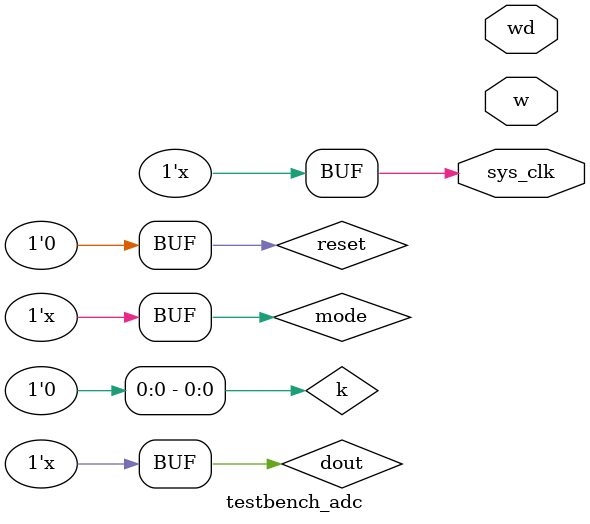
<source format=v>
`timescale 1ns/1ps

module testbench_adc (sys_clk, wd, w);

output reg sys_clk;
output wire[31:0] wd;
output wire w;

reg[3:0] k;

reg reset, dout, mode;
wire sclk, cs_n, din;

wire c;

wire[11:0] reading0, reading1, reading2;



ltc2308 ADC (
		.clk_50(sys_clk),
//		.reset(reset),
		.sck(sclk),
		.cs(cs_n),
		.mosi(din),
		.miso(dout),
		.reading0(reading0),
		.reading1(reading1),
		.reading2(reading2),
		.mode_in(mode)
);

//adc_wrapper AW (
//	.clk(sys_clk),
//	.reset(1'b0),
//	.sck(sclk),
//	.cs(cs_n),
//	.dout(dout),
//	.din(din),
//	.key(k),
//	.fifo_in_writedata(wd),
//	.fifo_in_write(w),
//	.counter(c)
//);




always
	#10 sys_clk <= ~sys_clk; // 50MHz
	
always
	#130 dout <= ~dout;
	
always
	#3000 mode <= ~mode;
	
//always
//	#2000 k[0] <= ~k[0];
	
initial
begin

	sys_clk <= 1'b1;
	reset <= 1'b0;
	dout <= 1'b0;
	k[0] <= 1'b0;
	mode <= 1'b1;

end
endmodule
</source>
